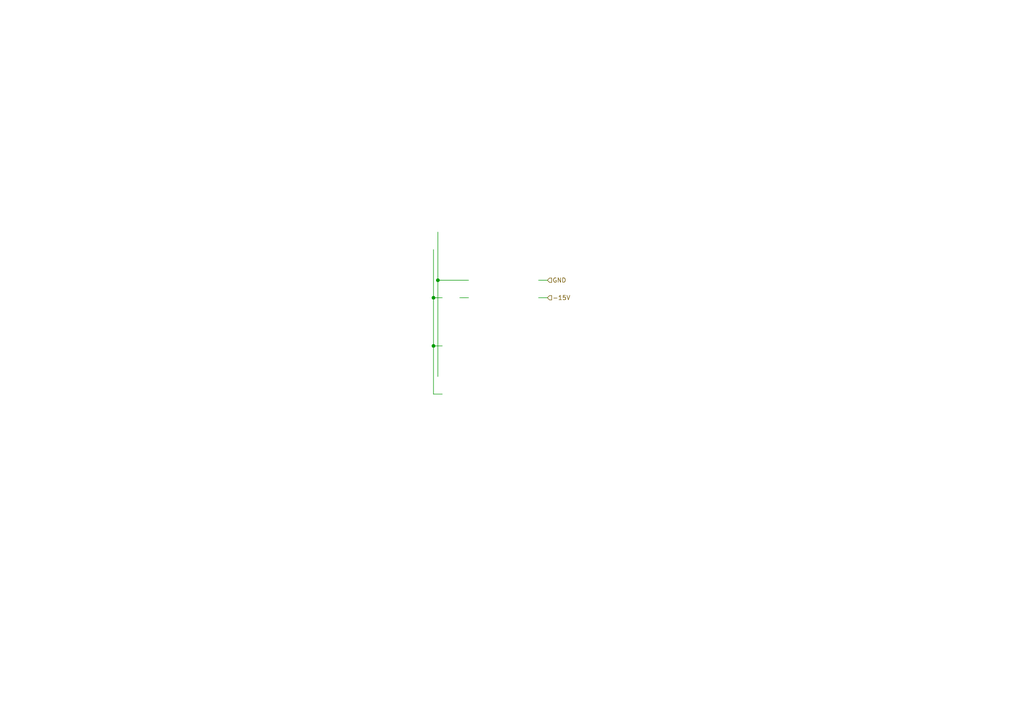
<source format=kicad_sch>
(kicad_sch (version 20211123) (generator eeschema)
  (paper "A4")
  (lib_symbols)
  (junction (at 125.73 86.36))
  (junction (at 125.73 100.33))
  (junction (at 127 81.28))
  (wire (pts (xy 125.73 100.33) (xy 125.73 114.3)))
  (wire (pts (xy 125.73 72.39) (xy 125.73 86.36)))
  (wire (pts (xy 156.21 81.28) (xy 158.75 81.28)))
  (wire (pts (xy 135.89 81.28) (xy 127 81.28)))
  (wire (pts (xy 125.73 86.36) (xy 125.73 100.33)))
  (wire (pts (xy 125.73 114.3) (xy 128.27 114.3)))
  (wire (pts (xy 125.73 86.36) (xy 128.27 86.36)))
  (wire (pts (xy 156.21 86.36) (xy 158.75 86.36)))
  (wire (pts (xy 127 67.31) (xy 127 81.28)))
  (wire (pts (xy 127 81.28) (xy 127 109.22)))
  (wire (pts (xy 125.73 100.33) (xy 128.27 100.33)))
  (wire (pts (xy 133.35 86.36) (xy 135.89 86.36)))
  (hierarchical_label "GND" (shape input) (at 158.75 81.28 0))
  (hierarchical_label "-15V" (shape input) (at 158.75 86.36 0))
)
</source>
